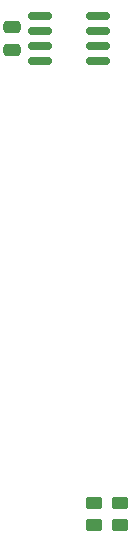
<source format=gbr>
%TF.GenerationSoftware,KiCad,Pcbnew,(6.0.9)*%
%TF.CreationDate,2023-01-21T10:16:39-09:00*%
%TF.ProjectId,CONTROLLER_Radar Altimeter,434f4e54-524f-44c4-9c45-525f52616461,1*%
%TF.SameCoordinates,Original*%
%TF.FileFunction,Paste,Top*%
%TF.FilePolarity,Positive*%
%FSLAX46Y46*%
G04 Gerber Fmt 4.6, Leading zero omitted, Abs format (unit mm)*
G04 Created by KiCad (PCBNEW (6.0.9)) date 2023-01-21 10:16:39*
%MOMM*%
%LPD*%
G01*
G04 APERTURE LIST*
G04 Aperture macros list*
%AMRoundRect*
0 Rectangle with rounded corners*
0 $1 Rounding radius*
0 $2 $3 $4 $5 $6 $7 $8 $9 X,Y pos of 4 corners*
0 Add a 4 corners polygon primitive as box body*
4,1,4,$2,$3,$4,$5,$6,$7,$8,$9,$2,$3,0*
0 Add four circle primitives for the rounded corners*
1,1,$1+$1,$2,$3*
1,1,$1+$1,$4,$5*
1,1,$1+$1,$6,$7*
1,1,$1+$1,$8,$9*
0 Add four rect primitives between the rounded corners*
20,1,$1+$1,$2,$3,$4,$5,0*
20,1,$1+$1,$4,$5,$6,$7,0*
20,1,$1+$1,$6,$7,$8,$9,0*
20,1,$1+$1,$8,$9,$2,$3,0*%
G04 Aperture macros list end*
%ADD10RoundRect,0.249999X0.450001X-0.262501X0.450001X0.262501X-0.450001X0.262501X-0.450001X-0.262501X0*%
%ADD11RoundRect,0.249999X-0.450001X0.262501X-0.450001X-0.262501X0.450001X-0.262501X0.450001X0.262501X0*%
%ADD12RoundRect,0.250000X0.475000X-0.250000X0.475000X0.250000X-0.475000X0.250000X-0.475000X-0.250000X0*%
%ADD13RoundRect,0.150000X0.825000X0.150000X-0.825000X0.150000X-0.825000X-0.150000X0.825000X-0.150000X0*%
G04 APERTURE END LIST*
D10*
%TO.C,R2*%
X-81101240Y39635000D03*
X-81101240Y37810000D03*
%TD*%
D11*
%TO.C,R1*%
X-83260240Y37833500D03*
X-83260240Y39658500D03*
%TD*%
D12*
%TO.C,C1*%
X-90245240Y79955000D03*
X-90245240Y78055000D03*
%TD*%
D13*
%TO.C,U1*%
X-87864240Y77095000D03*
X-87864240Y78365000D03*
X-87864240Y79635000D03*
X-87864240Y80905000D03*
X-82914240Y80905000D03*
X-82914240Y79635000D03*
X-82914240Y78365000D03*
X-82914240Y77095000D03*
%TD*%
M02*

</source>
